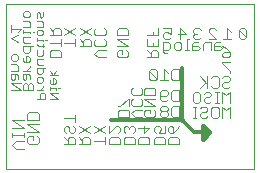
<source format=gbo>
G75*
G70*
%OFA0B0*%
%FSLAX24Y24*%
%IPPOS*%
%LPD*%
%AMOC8*
5,1,8,0,0,1.08239X$1,22.5*
%
%ADD10C,0.0000*%
%ADD11C,0.0030*%
%ADD12C,0.0120*%
%ADD13C,0.0160*%
%ADD14C,0.0040*%
D10*
X000383Y000420D02*
X000383Y005931D01*
X008650Y005931D01*
X008650Y000420D01*
X000383Y000420D01*
D11*
X002307Y001242D02*
X002677Y001242D01*
X002677Y001427D01*
X002616Y001489D01*
X002492Y001489D01*
X002431Y001427D01*
X002431Y001242D01*
X002431Y001365D02*
X002307Y001489D01*
X002369Y001610D02*
X002307Y001672D01*
X002307Y001795D01*
X002369Y001857D01*
X002431Y001857D01*
X002492Y001795D01*
X002492Y001672D01*
X002554Y001610D01*
X002616Y001610D01*
X002677Y001672D01*
X002677Y001795D01*
X002616Y001857D01*
X002799Y001857D02*
X003170Y001610D01*
X003311Y001610D02*
X003681Y001857D01*
X003803Y001857D02*
X003803Y001610D01*
X004050Y001857D01*
X004112Y001857D01*
X004174Y001795D01*
X004174Y001672D01*
X004112Y001610D01*
X004112Y001489D02*
X003865Y001489D01*
X003803Y001427D01*
X003803Y001242D01*
X004174Y001242D01*
X004174Y001427D01*
X004112Y001489D01*
X004295Y001427D02*
X004357Y001489D01*
X004604Y001489D01*
X004666Y001427D01*
X004666Y001242D01*
X004295Y001242D01*
X004295Y001427D01*
X004357Y001610D02*
X004295Y001672D01*
X004295Y001795D01*
X004357Y001857D01*
X004419Y001857D01*
X004480Y001795D01*
X004480Y001733D01*
X004480Y001795D02*
X004542Y001857D01*
X004604Y001857D01*
X004666Y001795D01*
X004666Y001672D01*
X004604Y001610D01*
X004787Y001427D02*
X004849Y001489D01*
X005096Y001489D01*
X005158Y001427D01*
X005158Y001242D01*
X004787Y001242D01*
X004787Y001427D01*
X004973Y001610D02*
X004973Y001857D01*
X005158Y001795D02*
X004787Y001795D01*
X004973Y001610D02*
X005158Y001795D01*
X005299Y001795D02*
X005299Y001672D01*
X005361Y001610D01*
X005484Y001610D02*
X005546Y001733D01*
X005546Y001795D01*
X005484Y001857D01*
X005361Y001857D01*
X005299Y001795D01*
X005484Y001610D02*
X005670Y001610D01*
X005670Y001857D01*
X005772Y001795D02*
X005833Y001857D01*
X005895Y001857D01*
X005957Y001795D01*
X005957Y001610D01*
X005833Y001610D01*
X005772Y001672D01*
X005772Y001795D01*
X005957Y001610D02*
X006080Y001733D01*
X006142Y001857D01*
X006135Y002147D02*
X005950Y002147D01*
X005889Y002209D01*
X005889Y002456D01*
X005950Y002518D01*
X006135Y002518D01*
X006135Y002147D01*
X005767Y002209D02*
X005767Y002271D01*
X005705Y002332D01*
X005582Y002332D01*
X005520Y002271D01*
X005520Y002209D01*
X005582Y002147D01*
X005705Y002147D01*
X005767Y002209D01*
X005705Y002332D02*
X005767Y002394D01*
X005767Y002456D01*
X005705Y002518D01*
X005582Y002518D01*
X005520Y002456D01*
X005520Y002394D01*
X005582Y002332D01*
X005355Y002332D02*
X005355Y002209D01*
X005293Y002147D01*
X005046Y002147D01*
X004984Y002209D01*
X004984Y002332D01*
X005046Y002394D01*
X005169Y002394D01*
X005169Y002271D01*
X005293Y002394D02*
X005355Y002332D01*
X005355Y002516D02*
X004984Y002762D01*
X005355Y002762D01*
X005520Y002740D02*
X005520Y002987D01*
X005582Y003049D01*
X005705Y003049D01*
X005767Y002987D01*
X005767Y002926D01*
X005705Y002864D01*
X005520Y002864D01*
X005355Y002884D02*
X005355Y003069D01*
X005293Y003131D01*
X005046Y003131D01*
X004984Y003069D01*
X004984Y002884D01*
X005355Y002884D01*
X005520Y002740D02*
X005582Y002679D01*
X005705Y002679D01*
X005767Y002740D01*
X005889Y002740D02*
X005950Y002679D01*
X006135Y002679D01*
X006135Y003049D01*
X005950Y003049D01*
X005889Y002987D01*
X005889Y002740D01*
X005355Y002516D02*
X004984Y002516D01*
X004922Y002577D02*
X004860Y002516D01*
X004613Y002516D01*
X004551Y002577D01*
X004551Y002701D01*
X004613Y002762D01*
X004488Y002762D02*
X004427Y002762D01*
X004180Y002516D01*
X004118Y002516D01*
X004180Y002394D02*
X004427Y002394D01*
X004488Y002332D01*
X004488Y002147D01*
X004118Y002147D01*
X004118Y002332D01*
X004180Y002394D01*
X004488Y002516D02*
X004488Y002762D01*
X004613Y002884D02*
X004551Y002946D01*
X004551Y003069D01*
X004613Y003131D01*
X004860Y003131D02*
X004922Y003069D01*
X004922Y002946D01*
X004860Y002884D01*
X004613Y002884D01*
X004860Y002762D02*
X004922Y002701D01*
X004922Y002577D01*
X004922Y002394D02*
X004675Y002394D01*
X004551Y002271D01*
X004675Y002147D01*
X004922Y002147D01*
X005361Y001489D02*
X005608Y001489D01*
X005670Y001427D01*
X005670Y001242D01*
X005299Y001242D01*
X005299Y001427D01*
X005361Y001489D01*
X005772Y001427D02*
X005772Y001242D01*
X006142Y001242D01*
X006142Y001427D01*
X006080Y001489D01*
X005833Y001489D01*
X005772Y001427D01*
X006600Y002128D02*
X006723Y002128D01*
X006662Y002128D02*
X006662Y002498D01*
X006723Y002498D02*
X006600Y002498D01*
X006661Y002620D02*
X006599Y002681D01*
X006599Y002928D01*
X006661Y002990D01*
X006784Y002990D01*
X006846Y002928D01*
X006846Y002681D01*
X006784Y002620D01*
X006661Y002620D01*
X006845Y002436D02*
X006907Y002498D01*
X007030Y002498D01*
X007092Y002436D01*
X007092Y002374D01*
X007030Y002313D01*
X006907Y002313D01*
X006845Y002251D01*
X006845Y002189D01*
X006907Y002128D01*
X007030Y002128D01*
X007092Y002189D01*
X007213Y002189D02*
X007275Y002128D01*
X007398Y002128D01*
X007460Y002189D01*
X007460Y002436D01*
X007398Y002498D01*
X007275Y002498D01*
X007213Y002436D01*
X007213Y002189D01*
X007581Y002128D02*
X007581Y002498D01*
X007705Y002374D01*
X007828Y002498D01*
X007828Y002128D01*
X007828Y002620D02*
X007828Y002990D01*
X007705Y002867D01*
X007581Y002990D01*
X007581Y002620D01*
X007460Y002620D02*
X007337Y002620D01*
X007398Y002620D02*
X007398Y002990D01*
X007337Y002990D02*
X007460Y002990D01*
X007398Y003131D02*
X007275Y003131D01*
X007213Y003193D01*
X007092Y003131D02*
X007092Y003502D01*
X007213Y003440D02*
X007275Y003502D01*
X007398Y003502D01*
X007460Y003440D01*
X007460Y003193D01*
X007398Y003131D01*
X007581Y003193D02*
X007643Y003131D01*
X007767Y003131D01*
X007828Y003193D01*
X007767Y003317D02*
X007643Y003317D01*
X007581Y003255D01*
X007581Y003193D01*
X007767Y003317D02*
X007828Y003378D01*
X007828Y003440D01*
X007767Y003502D01*
X007643Y003502D01*
X007581Y003440D01*
X007828Y003624D02*
X007828Y003685D01*
X007581Y003932D01*
X007581Y003994D01*
X007828Y003994D01*
X007767Y004135D02*
X007643Y004135D01*
X007581Y004197D01*
X007581Y004259D01*
X007643Y004321D01*
X007828Y004321D01*
X007828Y004197D01*
X007767Y004135D01*
X007828Y004321D02*
X007705Y004444D01*
X007581Y004506D01*
X007572Y004453D02*
X007511Y004515D01*
X007326Y004515D01*
X007326Y004576D02*
X007326Y004391D01*
X007511Y004391D01*
X007572Y004453D01*
X007387Y004638D02*
X007326Y004576D01*
X007387Y004638D02*
X007511Y004638D01*
X007621Y004746D02*
X007868Y004746D01*
X007744Y004746D02*
X007744Y005116D01*
X007868Y004993D01*
X008133Y005054D02*
X008379Y004807D01*
X008318Y004746D01*
X008194Y004746D01*
X008133Y004807D01*
X008133Y005054D01*
X008194Y005116D01*
X008318Y005116D01*
X008379Y005054D01*
X008379Y004807D01*
X007376Y004746D02*
X007129Y004993D01*
X007129Y005054D01*
X007190Y005116D01*
X007314Y005116D01*
X007376Y005054D01*
X006864Y005054D02*
X006802Y005116D01*
X006679Y005116D01*
X006617Y005054D01*
X006617Y004993D01*
X006679Y004931D01*
X006617Y004869D01*
X006617Y004807D01*
X006679Y004746D01*
X006802Y004746D01*
X006864Y004807D01*
X006740Y004931D02*
X006679Y004931D01*
X006467Y004762D02*
X006406Y004762D01*
X006406Y004391D01*
X006467Y004391D02*
X006344Y004391D01*
X006222Y004453D02*
X006160Y004391D01*
X006037Y004391D01*
X005975Y004453D01*
X005975Y004576D01*
X006037Y004638D01*
X006160Y004638D01*
X006222Y004576D01*
X006222Y004453D01*
X006589Y004391D02*
X006774Y004391D01*
X006836Y004453D01*
X006774Y004515D01*
X006589Y004515D01*
X006589Y004576D02*
X006589Y004391D01*
X006589Y004576D02*
X006651Y004638D01*
X006774Y004638D01*
X006957Y004576D02*
X006957Y004391D01*
X006957Y004576D02*
X007019Y004638D01*
X007204Y004638D01*
X007204Y004391D01*
X007129Y004746D02*
X007376Y004746D01*
X006372Y004931D02*
X006125Y004931D01*
X006186Y005116D02*
X006372Y004931D01*
X006186Y004746D02*
X006186Y005116D01*
X005860Y005116D02*
X005860Y004931D01*
X005736Y004993D01*
X005675Y004993D01*
X005613Y004931D01*
X005613Y004807D01*
X005675Y004746D01*
X005798Y004746D01*
X005860Y004807D01*
X005792Y004638D02*
X005607Y004638D01*
X005607Y004330D01*
X005668Y004268D01*
X005730Y004268D01*
X005792Y004391D02*
X005607Y004391D01*
X005447Y004318D02*
X005385Y004380D01*
X005262Y004380D01*
X005200Y004318D01*
X005200Y004133D01*
X005076Y004133D02*
X005447Y004133D01*
X005447Y004318D01*
X005447Y004501D02*
X005076Y004501D01*
X005076Y004748D01*
X005076Y004869D02*
X005447Y004869D01*
X005447Y005116D01*
X005613Y005116D02*
X005860Y005116D01*
X005262Y004993D02*
X005262Y004869D01*
X005447Y004748D02*
X005447Y004501D01*
X005262Y004501D02*
X005262Y004625D01*
X005076Y004380D02*
X005200Y004256D01*
X005792Y004391D02*
X005854Y004453D01*
X005854Y004576D01*
X005792Y004638D01*
X004443Y004748D02*
X004072Y004748D01*
X004443Y004501D01*
X004072Y004501D01*
X004134Y004380D02*
X004258Y004380D01*
X004258Y004256D01*
X004381Y004133D02*
X004443Y004195D01*
X004443Y004318D01*
X004381Y004380D01*
X004134Y004380D02*
X004072Y004318D01*
X004072Y004195D01*
X004134Y004133D01*
X004381Y004133D01*
X003695Y004133D02*
X003448Y004133D01*
X003324Y004256D01*
X003448Y004380D01*
X003695Y004380D01*
X003633Y004501D02*
X003386Y004501D01*
X003324Y004563D01*
X003324Y004686D01*
X003386Y004748D01*
X003386Y004869D02*
X003324Y004931D01*
X003324Y005055D01*
X003386Y005116D01*
X003203Y005116D02*
X002832Y004869D01*
X002832Y004748D02*
X002956Y004625D01*
X002956Y004686D02*
X002956Y004501D01*
X002832Y004501D02*
X003203Y004501D01*
X003203Y004686D01*
X003141Y004748D01*
X003017Y004748D01*
X002956Y004686D01*
X002691Y004625D02*
X002321Y004625D01*
X002199Y004625D02*
X001828Y004625D01*
X001740Y004722D02*
X001692Y004722D01*
X001595Y004722D02*
X001595Y004673D01*
X001595Y004722D02*
X001402Y004722D01*
X001402Y004770D02*
X001402Y004673D01*
X001402Y004574D02*
X001450Y004525D01*
X001644Y004525D01*
X001595Y004477D02*
X001595Y004574D01*
X001595Y004376D02*
X001595Y004231D01*
X001547Y004182D01*
X001450Y004182D01*
X001402Y004231D01*
X001402Y004376D01*
X001269Y004502D02*
X000949Y004502D01*
X000949Y004342D01*
X001002Y004289D01*
X001109Y004289D01*
X001163Y004342D01*
X001163Y004502D01*
X001163Y004611D02*
X001002Y004611D01*
X000949Y004664D01*
X000949Y004825D01*
X001163Y004825D01*
X001163Y004933D02*
X001163Y004987D01*
X000949Y004987D01*
X000949Y005040D02*
X000949Y004933D01*
X000875Y005094D02*
X000769Y004987D01*
X000875Y005094D02*
X000555Y005094D01*
X000555Y004987D02*
X000555Y005201D01*
X000949Y005148D02*
X001163Y005148D01*
X001163Y005308D01*
X001109Y005362D01*
X000949Y005362D01*
X001002Y005470D02*
X000949Y005524D01*
X000949Y005631D01*
X001002Y005684D01*
X001109Y005684D01*
X001163Y005631D01*
X001163Y005524D01*
X001109Y005470D01*
X001002Y005470D01*
X001402Y005459D02*
X001402Y005604D01*
X001450Y005653D01*
X001499Y005604D01*
X001499Y005507D01*
X001547Y005459D01*
X001595Y005507D01*
X001595Y005653D01*
X001547Y005358D02*
X001402Y005358D01*
X001547Y005358D02*
X001595Y005309D01*
X001595Y005164D01*
X001402Y005164D01*
X001450Y005063D02*
X001547Y005063D01*
X001595Y005015D01*
X001595Y004918D01*
X001547Y004870D01*
X001450Y004870D01*
X001402Y004918D01*
X001402Y005015D01*
X001450Y005063D01*
X001323Y004987D02*
X001269Y004987D01*
X000769Y004878D02*
X000555Y004772D01*
X000769Y004665D01*
X000715Y004234D02*
X000609Y004234D01*
X000555Y004180D01*
X000555Y004074D01*
X000609Y004020D01*
X000715Y004020D01*
X000769Y004074D01*
X000769Y004180D01*
X000715Y004234D01*
X000949Y004127D02*
X000949Y004020D01*
X001002Y003967D01*
X001109Y003967D01*
X001163Y004020D01*
X001163Y004127D01*
X001109Y004180D01*
X001056Y004180D01*
X001056Y003967D01*
X001163Y003858D02*
X001163Y003805D01*
X001056Y003698D01*
X000949Y003698D02*
X001163Y003698D01*
X001109Y003589D02*
X000949Y003589D01*
X000949Y003429D01*
X001002Y003376D01*
X001056Y003429D01*
X001056Y003589D01*
X001109Y003589D02*
X001163Y003536D01*
X001163Y003429D01*
X001402Y003443D02*
X001402Y003347D01*
X001450Y003298D01*
X001547Y003298D01*
X001595Y003347D01*
X001595Y003443D01*
X001547Y003492D01*
X001450Y003492D01*
X001402Y003443D01*
X001450Y003593D02*
X001402Y003641D01*
X001402Y003786D01*
X001692Y003786D01*
X001595Y003786D02*
X001595Y003641D01*
X001547Y003593D01*
X001450Y003593D01*
X001835Y003544D02*
X002125Y003544D01*
X002029Y003689D02*
X001932Y003544D01*
X001835Y003689D01*
X001932Y003443D02*
X001932Y003249D01*
X001980Y003249D02*
X001883Y003249D01*
X001835Y003298D01*
X001835Y003394D01*
X001932Y003443D02*
X001980Y003443D01*
X002029Y003394D01*
X002029Y003298D01*
X001980Y003249D01*
X002029Y003101D02*
X001835Y003101D01*
X001835Y003053D02*
X001835Y003149D01*
X002029Y003101D02*
X002029Y003053D01*
X002125Y003101D02*
X002174Y003101D01*
X002125Y002952D02*
X001835Y002952D01*
X002125Y002758D01*
X001835Y002758D01*
X001692Y002758D02*
X001692Y002903D01*
X001644Y002952D01*
X001547Y002952D01*
X001499Y002903D01*
X001499Y002758D01*
X001402Y002758D02*
X001692Y002758D01*
X001595Y003053D02*
X001402Y003053D01*
X001499Y003053D02*
X001595Y003149D01*
X001595Y003198D01*
X001269Y003214D02*
X001269Y003053D01*
X000949Y003053D01*
X000949Y003214D01*
X001002Y003267D01*
X001056Y003267D01*
X001109Y003214D01*
X001109Y003053D01*
X001109Y003214D02*
X001163Y003267D01*
X001216Y003267D01*
X001269Y003214D01*
X000875Y003267D02*
X000555Y003267D01*
X000875Y003053D01*
X000555Y003053D01*
X000609Y003376D02*
X000662Y003429D01*
X000662Y003589D01*
X000715Y003589D02*
X000555Y003589D01*
X000555Y003429D01*
X000609Y003376D01*
X000769Y003429D02*
X000769Y003536D01*
X000715Y003589D01*
X000769Y003698D02*
X000555Y003698D01*
X000769Y003698D02*
X000769Y003858D01*
X000715Y003911D01*
X000555Y003911D01*
X001402Y003936D02*
X001402Y004081D01*
X001595Y004081D01*
X001828Y004133D02*
X001828Y004318D01*
X001890Y004380D01*
X002137Y004380D01*
X002199Y004318D01*
X002199Y004133D01*
X001828Y004133D01*
X001595Y003888D02*
X001450Y003888D01*
X001402Y003936D01*
X002199Y004501D02*
X002199Y004748D01*
X002199Y004869D02*
X002199Y005055D01*
X002137Y005116D01*
X002014Y005116D01*
X001952Y005055D01*
X001952Y004869D01*
X001828Y004869D02*
X002199Y004869D01*
X002321Y004869D02*
X002691Y005116D01*
X002832Y005116D02*
X003203Y004869D01*
X003386Y004869D02*
X003633Y004869D01*
X003695Y004931D01*
X003695Y005055D01*
X003633Y005116D01*
X004072Y005055D02*
X004072Y004869D01*
X004443Y004869D01*
X004443Y005055D01*
X004381Y005116D01*
X004134Y005116D01*
X004072Y005055D01*
X003695Y004686D02*
X003633Y004748D01*
X003695Y004686D02*
X003695Y004563D01*
X003633Y004501D01*
X002691Y004501D02*
X002691Y004748D01*
X002691Y004869D02*
X002321Y005116D01*
X001952Y004993D02*
X001828Y005116D01*
X005152Y003676D02*
X005152Y003429D01*
X005214Y003368D01*
X005337Y003368D01*
X005399Y003429D01*
X005152Y003676D01*
X005214Y003738D01*
X005337Y003738D01*
X005399Y003676D01*
X005399Y003429D01*
X005520Y003368D02*
X005767Y003368D01*
X005889Y003429D02*
X005889Y003676D01*
X005950Y003738D01*
X006135Y003738D01*
X006135Y003368D01*
X005950Y003368D01*
X005889Y003429D01*
X005767Y003615D02*
X005644Y003738D01*
X005644Y003368D01*
X006845Y003502D02*
X007092Y003255D01*
X007030Y003317D02*
X006845Y003131D01*
X007029Y002990D02*
X007153Y002990D01*
X007214Y002928D01*
X007214Y002867D01*
X007153Y002805D01*
X007029Y002805D01*
X006968Y002743D01*
X006968Y002681D01*
X007029Y002620D01*
X007153Y002620D01*
X007214Y002681D01*
X006968Y002928D02*
X007029Y002990D01*
X003681Y001610D02*
X003311Y001857D01*
X003170Y001857D02*
X002799Y001610D01*
X002799Y001489D02*
X002923Y001365D01*
X002923Y001427D02*
X002923Y001242D01*
X002799Y001242D02*
X003170Y001242D01*
X003170Y001427D01*
X003108Y001489D01*
X002984Y001489D01*
X002923Y001427D01*
X003311Y001365D02*
X003681Y001365D01*
X003681Y001242D02*
X003681Y001489D01*
X002677Y001978D02*
X002677Y002225D01*
X002677Y002102D02*
X002307Y002102D01*
D12*
X003887Y002034D02*
X006249Y002034D01*
X006643Y001640D01*
X007154Y001640D01*
X006249Y002034D02*
X006249Y003786D01*
D13*
X006249Y002034D02*
X006249Y002034D01*
X006938Y001857D02*
X006938Y001424D01*
X007154Y001640D01*
X006938Y001857D01*
D14*
X001485Y001924D02*
X001085Y001924D01*
X001485Y001657D01*
X001085Y001657D01*
X000973Y001630D02*
X000973Y001497D01*
X000973Y001563D02*
X000573Y001563D01*
X000573Y001497D02*
X000573Y001630D01*
X000573Y001767D02*
X000973Y001767D01*
X000573Y002034D01*
X000973Y002034D01*
X001085Y002062D02*
X001085Y002262D01*
X001151Y002329D01*
X001418Y002329D01*
X001485Y002262D01*
X001485Y002062D01*
X001085Y002062D01*
X001151Y001519D02*
X001285Y001519D01*
X001285Y001385D01*
X001418Y001252D02*
X001151Y001252D01*
X001085Y001318D01*
X001085Y001452D01*
X001151Y001519D01*
X000973Y001358D02*
X000706Y001358D01*
X000573Y001225D01*
X000706Y001091D01*
X000973Y001091D01*
X001418Y001252D02*
X001485Y001318D01*
X001485Y001452D01*
X001418Y001519D01*
M02*

</source>
